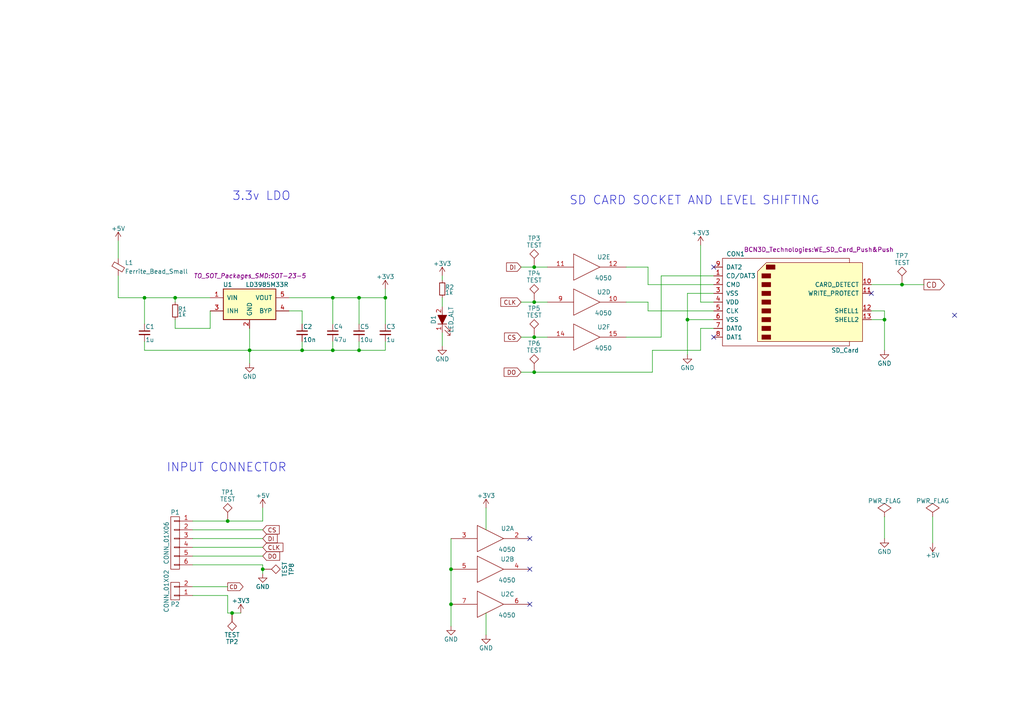
<source format=kicad_sch>
(kicad_sch (version 20230121) (generator eeschema)
  (paper "A4")
  (title_block (title "SD Card Reader") (date "2017-02-15") (rev "A") (company "BCN3D Technologies") (comment 1 "Proper SD Card Reader Module with level Shifting"))
  (lib_symbols
    (symbol "SD_Reader-rescue:+3.3V" (power) (pin_names (offset 0))
      (property "Value" "+3.3V" (at 0 3.556 0))
      (symbol "+3.3V_0_1"
        (polyline (pts (xy -0.762 1.27) (xy 0 2.54)))
        (polyline (pts (xy 0 0) (xy 0 2.54)))
        (polyline (pts (xy 0 2.54) (xy 0.762 1.27)))
      )
      (symbol "+3.3V_1_1"
        (pin power_in line (at 0 0 90) (length 0) hide (name "+3V3") (number "1"))
      )
    )
    (symbol "SD_Reader-rescue:+5V" (power) (pin_names (offset 0))
      (property "Value" "+5V" (at 0 3.556 0))
      (symbol "+5V_0_1"
        (polyline (pts (xy -0.762 1.27) (xy 0 2.54)))
        (polyline (pts (xy 0 0) (xy 0 2.54)))
        (polyline (pts (xy 0 2.54) (xy 0.762 1.27)))
      )
      (symbol "+5V_1_1"
        (pin power_in line (at 0 0 90) (length 0) hide (name "+5V") (number "1"))
      )
    )
    (symbol "SD_Reader-rescue:4050" (pin_names (offset 0.762))
      (property "Reference" "U" (at 4.953 2.921 0))
      (property "Value" "4050" (at 4.826 -3.175 0))
      (symbol "4050_0_0"
        (polyline (pts (xy -3.81 3.81) (xy -3.81 -3.81) (xy 3.81 0) (xy -3.81 3.81)))
        (pin power_in line (at -1.27 2.54 270) (length 0) hide (name "VCC") (number "1"))
        (pin power_in line (at -1.27 -2.54 90) (length 0) hide (name "VSS") (number "8"))
      )
      (symbol "4050_1_1"
        (pin output line (at 11.43 0 180) (length 7.62) (name "~") (number "2"))
        (pin input line (at -11.43 0 0) (length 7.62) (name "~") (number "3"))
      )
      (symbol "4050_1_2"
        (pin output inverted (at 11.43 0 180) (length 7.62) (name "~") (number "2"))
        (pin input inverted (at -11.43 0 0) (length 7.62) (name "~") (number "3"))
      )
      (symbol "4050_2_1"
        (pin output line (at 11.43 0 180) (length 7.62) (name "~") (number "4"))
        (pin input line (at -11.43 0 0) (length 7.62) (name "~") (number "5"))
      )
      (symbol "4050_2_2"
        (pin output inverted (at 11.43 0 180) (length 7.62) (name "~") (number "4"))
        (pin input inverted (at -11.43 0 0) (length 7.62) (name "~") (number "5"))
      )
      (symbol "4050_3_1"
        (pin output line (at 11.43 0 180) (length 7.62) (name "~") (number "6"))
        (pin input line (at -11.43 0 0) (length 7.62) (name "~") (number "7"))
      )
      (symbol "4050_3_2"
        (pin output inverted (at 11.43 0 180) (length 7.62) (name "~") (number "6"))
        (pin input inverted (at -11.43 0 0) (length 7.62) (name "~") (number "7"))
      )
      (symbol "4050_4_1"
        (pin output line (at 11.43 0 180) (length 7.62) (name "~") (number "10"))
        (pin input line (at -11.43 0 0) (length 7.62) (name "~") (number "9"))
      )
      (symbol "4050_4_2"
        (pin output inverted (at 11.43 0 180) (length 7.62) (name "~") (number "10"))
        (pin input inverted (at -11.43 0 0) (length 7.62) (name "~") (number "9"))
      )
      (symbol "4050_5_1"
        (pin input line (at -11.43 0 0) (length 7.62) (name "~") (number "11"))
        (pin output line (at 11.43 0 180) (length 7.62) (name "~") (number "12"))
      )
      (symbol "4050_5_2"
        (pin input inverted (at -11.43 0 0) (length 7.62) (name "~") (number "11"))
        (pin output inverted (at 11.43 0 180) (length 7.62) (name "~") (number "12"))
      )
      (symbol "4050_6_1"
        (pin input line (at -11.43 0 0) (length 7.62) (name "~") (number "14"))
        (pin output line (at 11.43 0 180) (length 7.62) (name "~") (number "15"))
      )
      (symbol "4050_6_2"
        (pin input inverted (at -11.43 0 0) (length 7.62) (name "~") (number "14"))
        (pin output inverted (at 11.43 0 180) (length 7.62) (name "~") (number "15"))
      )
    )
    (symbol "SD_Reader-rescue:CONN_01X02" (pin_names (offset 1.016) hide)
      (property "Reference" "P" (at 0 3.81 0))
      (property "Value" "CONN_01X02" (at 2.54 0 90))
      (symbol "CONN_01X02_0_1"
        (rectangle (start -1.27 -1.143) (end 0.254 -1.397))
        (rectangle (start -1.27 1.397) (end 0.254 1.143))
        (rectangle (start -1.27 2.54) (end 1.27 -2.54))
      )
      (symbol "CONN_01X02_1_1"
        (pin passive line (at -5.08 1.27 0) (length 3.81) (name "P1") (number "1"))
        (pin passive line (at -5.08 -1.27 0) (length 3.81) (name "P2") (number "2"))
      )
    )
    (symbol "SD_Reader-rescue:CONN_01X06" (pin_names (offset 1.016) hide)
      (property "Reference" "P" (at 0 8.89 0))
      (property "Value" "CONN_01X06" (at 2.54 0 90))
      (symbol "CONN_01X06_0_1"
        (rectangle (start -1.27 -6.223) (end 0.254 -6.477))
        (rectangle (start -1.27 -3.683) (end 0.254 -3.937))
        (rectangle (start -1.27 -1.143) (end 0.254 -1.397))
        (rectangle (start -1.27 1.397) (end 0.254 1.143))
        (rectangle (start -1.27 3.937) (end 0.254 3.683))
        (rectangle (start -1.27 6.477) (end 0.254 6.223))
        (rectangle (start -1.27 7.62) (end 1.27 -7.62))
      )
      (symbol "CONN_01X06_1_1"
        (pin passive line (at -5.08 6.35 0) (length 3.81) (name "P1") (number "1"))
        (pin passive line (at -5.08 3.81 0) (length 3.81) (name "P2") (number "2"))
        (pin passive line (at -5.08 1.27 0) (length 3.81) (name "P3") (number "3"))
        (pin passive line (at -5.08 -1.27 0) (length 3.81) (name "P4") (number "4"))
        (pin passive line (at -5.08 -3.81 0) (length 3.81) (name "P5") (number "5"))
        (pin passive line (at -5.08 -6.35 0) (length 3.81) (name "P6") (number "6"))
      )
    )
    (symbol "SD_Reader-rescue:C_Small" (pin_numbers hide) (pin_names (offset 0.254) hide)
      (property "Reference" "C" (at 0.254 1.778 0))
      (property "Value" "C_Small" (at 0.254 -2.032 0))
      (symbol "C_Small_0_1"
        (polyline (pts (xy -1.524 -0.508) (xy 1.524 -0.508)) (stroke (width 0.3302)))
        (polyline (pts (xy -1.524 0.508) (xy 1.524 0.508)) (stroke (width 0.3048)))
      )
      (symbol "C_Small_1_1"
        (pin passive line (at 0 2.54 270) (length 2.032) (name "~") (number "1"))
        (pin passive line (at 0 -2.54 90) (length 2.032) (name "~") (number "2"))
      )
    )
    (symbol "SD_Reader-rescue:Ferrite_Bead_Small" (pin_numbers hide) (pin_names (offset 0))
      (property "Reference" "L" (at 1.905 1.27 0))
      (property "Value" "Ferrite_Bead_Small" (at 1.905 -1.27 0))
      (symbol "Ferrite_Bead_Small_0_1"
        (polyline (pts (xy 0 -1.27) (xy 0 -0.7874)))
        (polyline (pts (xy 0 0.889) (xy 0 1.2954)))
        (polyline (pts (xy -1.8288 0.2794) (xy -1.1176 1.4986) (xy 1.8288 -0.2032) (xy 1.1176 -1.4224) (xy -1.8288 0.2794)))
      )
      (symbol "Ferrite_Bead_Small_1_1"
        (pin passive line (at 0 2.54 270) (length 1.27) (name "~") (number "1"))
        (pin passive line (at 0 -2.54 90) (length 1.27) (name "~") (number "2"))
      )
    )
    (symbol "SD_Reader-rescue:GND" (power) (pin_names (offset 0))
      (property "Value" "GND" (at 0 -3.81 0))
      (symbol "GND_0_1"
        (polyline (pts (xy 0 0) (xy 0 -1.27) (xy 1.27 -1.27) (xy 0 -2.54) (xy -1.27 -1.27) (xy 0 -1.27)))
      )
      (symbol "GND_1_1"
        (pin power_in line (at 0 0 270) (length 0) hide (name "GND") (number "1"))
      )
    )
    (symbol "SD_Reader-rescue:LD3985M33R" (pin_names (offset 1.016))
      (property "Reference" "U" (at -6.35 5.08 0))
      (property "Value" "LD3985M33R" (at 5.08 5.08 0))
      (property "Footprint" "SOT-23-5" (at 0 2.54 0))
      (symbol "LD3985M33R_0_1"
        (rectangle (start -7.62 3.81) (end 7.62 -5.08) (stroke (width 0.254)) (fill (type background)))
      )
      (symbol "LD3985M33R_1_1"
        (pin input line (at -11.43 1.27 0) (length 3.81) (name "VIN") (number "1"))
        (pin power_in line (at 0 -7.62 90) (length 2.54) (name "GND") (number "2"))
        (pin input line (at -11.43 -2.54 0) (length 3.81) (name "INH") (number "3"))
        (pin input line (at 11.43 -2.54 180) (length 3.81) (name "BYP") (number "4"))
        (pin power_out line (at 11.43 1.27 180) (length 3.81) (name "VOUT") (number "5"))
      )
    )
    (symbol "SD_Reader-rescue:LED_ALT" (pin_names (offset 1.016) hide)
      (property "Reference" "D" (at 0 2.54 0))
      (property "Value" "LED_ALT" (at 0 -2.54 0))
      (symbol "LED_ALT_0_1"
        (polyline (pts (xy -1.27 -1.27) (xy -1.27 1.27)) (stroke (width 0.2032)))
        (polyline (pts (xy -1.27 0) (xy 1.27 0)))
        (polyline (pts (xy 1.27 -1.27) (xy 1.27 1.27) (xy -1.27 0) (xy 1.27 -1.27)) (stroke (width 0.2032)) (fill (type outline)))
        (polyline (pts (xy -3.048 -0.762) (xy -4.572 -2.286) (xy -3.81 -2.286) (xy -4.572 -2.286) (xy -4.572 -1.524)))
        (polyline (pts (xy -1.778 -0.762) (xy -3.302 -2.286) (xy -2.54 -2.286) (xy -3.302 -2.286) (xy -3.302 -1.524)))
      )
      (symbol "LED_ALT_1_1"
        (pin passive line (at -3.81 0 0) (length 2.54) (name "K") (number "1"))
        (pin passive line (at 3.81 0 180) (length 2.54) (name "A") (number "2"))
      )
    )
    (symbol "SD_Reader-rescue:PWR_FLAG" (power) (pin_numbers hide) (pin_names (offset 0) hide)
      (property "Value" "PWR_FLAG" (at 0 4.572 0))
      (symbol "PWR_FLAG_0_0"
        (pin power_out line (at 0 0 90) (length 0) (name "pwr") (number "1"))
      )
      (symbol "PWR_FLAG_0_1"
        (polyline (pts (xy 0 0) (xy 0 1.27) (xy -1.905 2.54) (xy 0 3.81) (xy 1.905 2.54) (xy 0 1.27)))
      )
    )
    (symbol "SD_Reader-rescue:R_Small" (pin_numbers hide) (pin_names (offset 0.254) hide)
      (property "Reference" "R" (at 0.762 0.508 0))
      (property "Value" "R_Small" (at 0.762 -1.016 0))
      (symbol "R_Small_0_1"
        (rectangle (start -0.762 1.778) (end 0.762 -1.778) (stroke (width 0.2032)))
      )
      (symbol "R_Small_1_1"
        (pin passive line (at 0 2.54 270) (length 0.762) (name "~") (number "1"))
        (pin passive line (at 0 -2.54 90) (length 0.762) (name "~") (number "2"))
      )
    )
    (symbol "SD_Reader-rescue:SD_Card" (pin_names (offset 1.016))
      (property "Reference" "CON" (at -16.51 13.97 0))
      (property "Value" "SD_Card" (at 15.24 -13.97 0))
      (property "Footprint" "10067847-001" (at 5.08 8.89 0))
      (symbol "SD_Card_0_1"
        (rectangle (start -8.89 -9.525) (end -6.35 -10.795) (fill (type outline)))
        (rectangle (start -8.89 -6.985) (end -6.35 -8.255) (fill (type outline)))
        (rectangle (start -8.89 -4.445) (end -6.35 -5.715) (fill (type outline)))
        (rectangle (start -8.89 -1.905) (end -6.35 -3.175) (fill (type outline)))
        (rectangle (start -8.89 0.635) (end -6.35 -0.635) (fill (type outline)))
        (rectangle (start -8.89 3.175) (end -6.35 1.905) (fill (type outline)))
        (rectangle (start -8.89 5.715) (end -6.35 4.445) (fill (type outline)))
        (rectangle (start -8.89 8.255) (end -6.35 6.985) (fill (type outline)))
        (rectangle (start -7.62 10.795) (end -5.08 9.525) (fill (type outline)))
        (polyline (pts (xy -10.16 8.89) (xy -7.62 11.43) (xy 20.32 11.43) (xy 20.32 -11.43) (xy -10.16 -11.43) (xy -10.16 8.89)) (fill (type background)))
        (polyline (pts (xy 16.51 11.43) (xy 16.51 12.7) (xy -20.32 12.7) (xy -20.32 -12.7) (xy 16.51 -12.7) (xy 16.51 -11.43)))
      )
      (symbol "SD_Card_1_1"
        (pin input line (at -22.86 7.62 0) (length 2.54) (name "CD/DAT3") (number "1"))
        (pin input line (at 22.86 5.08 180) (length 2.54) (name "CARD_DETECT") (number "10"))
        (pin input line (at 22.86 2.54 180) (length 2.54) (name "WRITE_PROTECT") (number "11"))
        (pin input line (at 22.86 -2.54 180) (length 2.54) (name "SHELL1") (number "12"))
        (pin input line (at 22.86 -5.08 180) (length 2.54) (name "SHELL2") (number "13"))
        (pin input line (at -22.86 5.08 0) (length 2.54) (name "CMD") (number "2"))
        (pin input line (at -22.86 2.54 0) (length 2.54) (name "VSS") (number "3"))
        (pin input line (at -22.86 0 0) (length 2.54) (name "VDD") (number "4"))
        (pin input line (at -22.86 -2.54 0) (length 2.54) (name "CLK") (number "5"))
        (pin input line (at -22.86 -5.08 0) (length 2.54) (name "VSS") (number "6"))
        (pin input line (at -22.86 -7.62 0) (length 2.54) (name "DAT0") (number "7"))
        (pin input line (at -22.86 -10.16 0) (length 2.54) (name "DAT1") (number "8"))
        (pin input line (at -22.86 10.16 0) (length 2.54) (name "DAT2") (number "9"))
      )
    )
    (symbol "SD_Reader-rescue:TEST" (pin_numbers hide) (pin_names (offset 1.016) hide)
      (property "Reference" "TP" (at 0 7.62 0))
      (property "Value" "TEST" (at 0 6.35 0))
      (symbol "TEST_0_1"
        (polyline (pts (xy 0 5.08) (xy -1.27 3.81) (xy 0 2.54) (xy 1.27 3.81) (xy 0 5.08) (xy 0 5.08)))
      )
      (symbol "TEST_1_1"
        (pin passive line (at 0 0 90) (length 2.54) (name "~") (number "1"))
      )
    )
  )
  (junction (at 154.94 97.79))
  (junction (at 154.94 107.95))
  (junction (at 72.39 101.6))
  (junction (at 104.14 86.36))
  (junction (at 67.31 177.8))
  (junction (at 256.54 92.71))
  (junction (at 130.81 165.1))
  (junction (at 50.8 86.36))
  (junction (at 87.63 101.6))
  (junction (at 130.81 175.26))
  (junction (at 41.91 86.36))
  (junction (at 154.94 87.63))
  (junction (at 199.39 92.71))
  (junction (at 66.04 151.13))
  (junction (at 96.52 86.36))
  (junction (at 96.52 101.6))
  (junction (at 261.62 82.55))
  (junction (at 104.14 101.6))
  (junction (at 111.76 86.36))
  (junction (at 154.94 77.47))
  (junction (at 76.2 165.1))
  (no_connect (at 153.67 175.26))
  (no_connect (at 153.67 156.21))
  (no_connect (at 207.01 97.79))
  (no_connect (at 207.01 77.47))
  (no_connect (at 153.67 165.1))
  (no_connect (at 276.86 91.44))
  (no_connect (at 252.73 85.09))
  (wire (pts (xy 207.01 90.17) (xy 187.96 90.17)))
  (wire (pts (xy 66.04 151.13) (xy 76.2 151.13)))
  (wire (pts (xy 207.01 87.63) (xy 203.2 87.63)))
  (wire (pts (xy 151.13 87.63) (xy 154.94 87.63)))
  (wire (pts (xy 87.63 101.6) (xy 96.52 101.6)))
  (wire (pts (xy 199.39 92.71) (xy 199.39 102.87)))
  (wire (pts (xy 55.88 156.21) (xy 76.2 156.21)))
  (wire (pts (xy 83.82 86.36) (xy 96.52 86.36)))
  (wire (pts (xy 67.31 177.8) (xy 69.85 177.8)))
  (wire (pts (xy 41.91 93.98) (xy 41.91 86.36)))
  (wire (pts (xy 76.2 151.13) (xy 76.2 147.32)))
  (wire (pts (xy 203.2 95.25) (xy 203.2 101.6)))
  (wire (pts (xy 83.82 90.17) (xy 87.63 90.17)))
  (wire (pts (xy 187.96 87.63) (xy 181.61 87.63)))
  (wire (pts (xy 55.88 163.83) (xy 76.2 163.83)))
  (wire (pts (xy 55.88 161.29) (xy 76.2 161.29)))
  (wire (pts (xy 41.91 99.06) (xy 41.91 101.6)))
  (wire (pts (xy 72.39 101.6) (xy 72.39 105.41)))
  (wire (pts (xy 256.54 90.17) (xy 256.54 92.71)))
  (wire (pts (xy 111.76 101.6) (xy 111.76 99.06)))
  (wire (pts (xy 96.52 99.06) (xy 96.52 101.6)))
  (wire (pts (xy 130.81 165.1) (xy 130.81 175.26)))
  (wire (pts (xy 72.39 95.25) (xy 72.39 101.6)))
  (wire (pts (xy 55.88 170.18) (xy 66.04 170.18)))
  (wire (pts (xy 191.77 80.01) (xy 191.77 97.79)))
  (wire (pts (xy 151.13 97.79) (xy 154.94 97.79)))
  (wire (pts (xy 50.8 87.63) (xy 50.8 86.36)))
  (wire (pts (xy 104.14 86.36) (xy 111.76 86.36)))
  (wire (pts (xy 252.73 82.55) (xy 261.62 82.55)))
  (wire (pts (xy 96.52 86.36) (xy 104.14 86.36)))
  (wire (pts (xy 189.23 101.6) (xy 189.23 107.95)))
  (wire (pts (xy 130.81 156.21) (xy 130.81 165.1)))
  (wire (pts (xy 34.29 80.01) (xy 34.29 86.36)))
  (wire (pts (xy 128.27 86.36) (xy 128.27 88.9)))
  (wire (pts (xy 203.2 87.63) (xy 203.2 71.12)))
  (wire (pts (xy 50.8 86.36) (xy 60.96 86.36)))
  (wire (pts (xy 104.14 93.98) (xy 104.14 86.36)))
  (wire (pts (xy 60.96 90.17) (xy 60.96 95.25)))
  (wire (pts (xy 55.88 172.72) (xy 66.04 172.72)))
  (wire (pts (xy 207.01 92.71) (xy 199.39 92.71)))
  (wire (pts (xy 104.14 101.6) (xy 111.76 101.6)))
  (wire (pts (xy 41.91 101.6) (xy 72.39 101.6)))
  (wire (pts (xy 87.63 99.06) (xy 87.63 101.6)))
  (wire (pts (xy 154.94 87.63) (xy 158.75 87.63)))
  (wire (pts (xy 187.96 77.47) (xy 187.96 82.55)))
  (wire (pts (xy 66.04 172.72) (xy 66.04 177.8)))
  (wire (pts (xy 187.96 90.17) (xy 187.96 87.63)))
  (wire (pts (xy 72.39 101.6) (xy 87.63 101.6)))
  (wire (pts (xy 66.04 177.8) (xy 67.31 177.8)))
  (wire (pts (xy 128.27 81.28) (xy 128.27 80.01)))
  (wire (pts (xy 270.51 149.86) (xy 270.51 157.48)))
  (wire (pts (xy 76.2 163.83) (xy 76.2 165.1)))
  (wire (pts (xy 111.76 86.36) (xy 111.76 93.98)))
  (wire (pts (xy 76.2 165.1) (xy 76.2 166.37)))
  (wire (pts (xy 252.73 90.17) (xy 256.54 90.17)))
  (wire (pts (xy 34.29 86.36) (xy 41.91 86.36)))
  (wire (pts (xy 189.23 107.95) (xy 154.94 107.95)))
  (wire (pts (xy 154.94 97.79) (xy 158.75 97.79)))
  (wire (pts (xy 207.01 80.01) (xy 191.77 80.01)))
  (wire (pts (xy 111.76 83.82) (xy 111.76 86.36)))
  (wire (pts (xy 252.73 92.71) (xy 256.54 92.71)))
  (wire (pts (xy 256.54 156.21) (xy 256.54 149.86)))
  (wire (pts (xy 55.88 151.13) (xy 66.04 151.13)))
  (wire (pts (xy 203.2 101.6) (xy 189.23 101.6)))
  (wire (pts (xy 87.63 90.17) (xy 87.63 93.98)))
  (wire (pts (xy 140.97 153.67) (xy 140.97 147.32)))
  (wire (pts (xy 207.01 95.25) (xy 203.2 95.25)))
  (wire (pts (xy 261.62 82.55) (xy 267.97 82.55)))
  (wire (pts (xy 256.54 92.71) (xy 256.54 101.6)))
  (wire (pts (xy 55.88 153.67) (xy 76.2 153.67)))
  (wire (pts (xy 181.61 77.47) (xy 187.96 77.47)))
  (wire (pts (xy 191.77 97.79) (xy 181.61 97.79)))
  (wire (pts (xy 187.96 82.55) (xy 207.01 82.55)))
  (wire (pts (xy 60.96 95.25) (xy 50.8 95.25)))
  (wire (pts (xy 104.14 99.06) (xy 104.14 101.6)))
  (wire (pts (xy 154.94 107.95) (xy 151.13 107.95)))
  (wire (pts (xy 96.52 93.98) (xy 96.52 86.36)))
  (wire (pts (xy 41.91 86.36) (xy 50.8 86.36)))
  (wire (pts (xy 128.27 96.52) (xy 128.27 100.33)))
  (wire (pts (xy 140.97 177.8) (xy 140.97 184.15)))
  (wire (pts (xy 96.52 101.6) (xy 104.14 101.6)))
  (wire (pts (xy 207.01 85.09) (xy 199.39 85.09)))
  (wire (pts (xy 34.29 69.85) (xy 34.29 74.93)))
  (wire (pts (xy 154.94 77.47) (xy 158.75 77.47)))
  (wire (pts (xy 151.13 77.47) (xy 154.94 77.47)))
  (wire (pts (xy 199.39 85.09) (xy 199.39 92.71)))
  (wire (pts (xy 50.8 95.25) (xy 50.8 92.71)))
  (wire (pts (xy 130.81 175.26) (xy 130.81 181.61)))
  (wire (pts (xy 55.88 158.75) (xy 76.2 158.75)))
  (text "INPUT CONNECTOR" (at 48.26 137.16 0) (effects (font (size 2.4892 2.4892)) (justify left bottom)))
  (text "SD CARD SOCKET AND LEVEL SHIFTING" (at 165.1 59.69 0) (effects (font (size 2.4892 2.4892)) (justify left bottom)))
  (text "3.3v LDO" (at 67.31 58.42 0) (effects (font (size 2.4892 2.4892)) (justify left bottom)))
  (global_label "CS" (shape input) (at 76.2 153.67 0) (effects (font (size 1.2446 1.2446))) (property "Intersheetrefs" "${INTERSHEET_REFS}" (effects hide)))
  (global_label "DO" (shape input) (at 151.13 107.95 180) (effects (font (size 1.2446 1.2446))) (property "Intersheetrefs" "${INTERSHEET_REFS}" (effects hide)))
  (global_label "DI" (shape input) (at 76.2 156.21 0) (effects (font (size 1.2446 1.2446))) (property "Intersheetrefs" "${INTERSHEET_REFS}" (effects hide)))
  (global_label "CD" (shape output) (at 66.04 170.18 0) (effects (font (size 1.143 1.143))) (property "Intersheetrefs" "${INTERSHEET_REFS}" (effects hide)))
  (global_label "DI" (shape input) (at 151.13 77.47 180) (effects (font (size 1.2446 1.2446))) (property "Intersheetrefs" "${INTERSHEET_REFS}" (effects hide)))
  (global_label "CS" (shape input) (at 151.13 97.79 180) (effects (font (size 1.2446 1.2446))) (property "Intersheetrefs" "${INTERSHEET_REFS}" (effects hide)))
  (global_label "CLK" (shape input) (at 76.2 158.75 0) (effects (font (size 1.2446 1.2446))) (property "Intersheetrefs" "${INTERSHEET_REFS}" (effects hide)))
  (global_label "DO" (shape input) (at 76.2 161.29 0) (effects (font (size 1.2446 1.2446))) (property "Intersheetrefs" "${INTERSHEET_REFS}" (effects hide)))
  (global_label "CD" (shape output) (at 267.97 82.55 0) (effects (font (size 1.524 1.524))) (property "Intersheetrefs" "${INTERSHEET_REFS}" (effects hide)))
  (global_label "CLK" (shape input) (at 151.13 87.63 180) (effects (font (size 1.2446 1.2446))) (property "Intersheetrefs" "${INTERSHEET_REFS}" (effects hide)))
  (symbol (lib_id "SD_Reader-rescue:SD_Card") (at 229.87 87.63 0) (unit 1)
    (property "Reference" "CON1" (at 213.36 73.66 0))
    (property "Value" "SD_Card" (at 245.11 101.6 0))
    (property "Footprint" "BCN3D_Technologies:WE_SD_Card_Push&Push" (at 237.49 72.39 0))
  )
  (symbol (lib_id "SD_Reader-rescue:4050") (at 170.18 87.63 0) (unit 4)
    (property "Reference" "U2" (at 175.133 84.709 0))
    (property "Value" "4050" (at 175.006 90.805 0))
    (property "Footprint" "SMD_Packages:SO-16-N" (effects hide))
  )
  (symbol (lib_id "SD_Reader-rescue:4050") (at 170.18 77.47 0) (unit 5)
    (property "Reference" "U2" (at 175.133 74.549 0))
    (property "Value" "4050" (at 175.006 80.645 0))
    (property "Footprint" "SMD_Packages:SO-16-N" (effects hide))
  )
  (symbol (lib_id "SD_Reader-rescue:4050") (at 170.18 97.79 0) (unit 6)
    (property "Reference" "U2" (at 175.133 94.869 0))
    (property "Value" "4050" (at 175.006 100.965 0))
    (property "Footprint" "SMD_Packages:SO-16-N" (effects hide))
  )
  (symbol (lib_id "SD_Reader-rescue:4050") (at 142.24 156.21 0) (unit 1)
    (property "Reference" "U2" (at 147.193 153.289 0))
    (property "Value" "4050" (at 147.066 159.385 0))
    (property "Footprint" "SMD_Packages:SO-16-N" (effects hide))
  )
  (symbol (lib_id "SD_Reader-rescue:4050") (at 142.24 165.1 0) (unit 2)
    (property "Reference" "U2" (at 147.193 162.179 0))
    (property "Value" "4050" (at 147.066 168.275 0))
    (property "Footprint" "SMD_Packages:SO-16-N" (effects hide))
  )
  (symbol (lib_id "SD_Reader-rescue:4050") (at 142.24 175.26 0) (unit 3)
    (property "Reference" "U2" (at 147.193 172.339 0))
    (property "Value" "4050" (at 147.066 178.435 0))
    (property "Footprint" "SMD_Packages:SO-16-N" (effects hide))
  )
  (symbol (lib_id "SD_Reader-rescue:PWR_FLAG") (at 256.54 149.86 0) (unit 1)
    (property "Reference" "#FLG01" (effects hide))
    (property "Value" "PWR_FLAG" (at 256.54 145.288 0))
  )
  (symbol (lib_id "SD_Reader-rescue:PWR_FLAG") (at 270.51 149.86 0) (unit 1)
    (property "Reference" "#FLG02" (effects hide))
    (property "Value" "PWR_FLAG" (at 270.51 145.288 0))
  )
  (symbol (lib_id "SD_Reader-rescue:GND") (at 256.54 156.21 0) (unit 1)
    (property "Reference" "#PWR03" (effects hide))
    (property "Value" "GND" (at 256.54 160.02 0))
  )
  (symbol (lib_id "SD_Reader-rescue:GND") (at 76.2 166.37 0) (unit 1)
    (property "Reference" "#PWR04" (effects hide))
    (property "Value" "GND" (at 76.2 170.18 0))
  )
  (symbol (lib_id "SD_Reader-rescue:GND") (at 256.54 101.6 0) (unit 1)
    (property "Reference" "#PWR05" (effects hide))
    (property "Value" "GND" (at 256.54 105.41 0))
  )
  (symbol (lib_id "SD_Reader-rescue:GND") (at 199.39 102.87 0) (unit 1)
    (property "Reference" "#PWR06" (effects hide))
    (property "Value" "GND" (at 199.39 106.68 0))
  )
  (symbol (lib_id "SD_Reader-rescue:+3.3V") (at 203.2 71.12 0) (unit 1)
    (property "Reference" "#PWR07" (effects hide))
    (property "Value" "+3.3V" (at 203.2 67.564 0))
  )
  (symbol (lib_id "SD_Reader-rescue:LD3985M33R") (at 72.39 87.63 0) (unit 1)
    (property "Reference" "U1" (at 66.04 82.55 0))
    (property "Value" "LD3985M33R" (at 77.47 82.55 0))
    (property "Footprint" "TO_SOT_Packages_SMD:SOT-23-5" (at 72.39 80.01 0) (effects (font italic)))
  )
  (symbol (lib_id "SD_Reader-rescue:+3.3V") (at 111.76 83.82 0) (unit 1)
    (property "Reference" "#PWR08" (effects hide))
    (property "Value" "+3.3V" (at 111.76 80.264 0))
  )
  (symbol (lib_id "SD_Reader-rescue:GND") (at 72.39 105.41 0) (unit 1)
    (property "Reference" "#PWR09" (effects hide))
    (property "Value" "GND" (at 72.39 109.22 0))
  )
  (symbol (lib_id "SD_Reader-rescue:C_Small") (at 41.91 96.52 0) (unit 1)
    (property "Reference" "C1" (at 42.164 94.742 0) (effects (justify left)))
    (property "Value" "1u" (at 42.164 98.552 0) (effects (justify left)))
    (property "Footprint" "Capacitors_SMD:C_0603" (effects hide))
  )
  (symbol (lib_id "SD_Reader-rescue:C_Small") (at 87.63 96.52 0) (unit 1)
    (property "Reference" "C2" (at 87.884 94.742 0) (effects (justify left)))
    (property "Value" "10n" (at 87.884 98.552 0) (effects (justify left)))
    (property "Footprint" "Capacitors_SMD:C_0603" (effects hide))
  )
  (symbol (lib_id "SD_Reader-rescue:C_Small") (at 111.76 96.52 0) (unit 1)
    (property "Reference" "C3" (at 112.014 94.742 0) (effects (justify left)))
    (property "Value" "1u" (at 112.014 98.552 0) (effects (justify left)))
    (property "Footprint" "Capacitors_SMD:C_0603" (effects hide))
  )
  (symbol (lib_id "SD_Reader-rescue:R_Small") (at 50.8 90.17 0) (unit 1)
    (property "Reference" "R1" (at 51.562 89.662 0) (effects (justify left)))
    (property "Value" "1k" (at 51.562 91.186 0) (effects (justify left)))
    (property "Footprint" "Resistors_SMD:R_0603" (effects hide))
  )
  (symbol (lib_id "SD_Reader-rescue:Ferrite_Bead_Small") (at 34.29 77.47 0) (unit 1)
    (property "Reference" "L1" (at 36.195 76.2 0) (effects (justify left)))
    (property "Value" "Ferrite_Bead_Small" (at 36.195 78.74 0) (effects (justify left)))
    (property "Footprint" "Resistors_SMD:R_0603" (effects hide))
  )
  (symbol (lib_id "SD_Reader-rescue:LED_ALT") (at 128.27 92.71 90) (unit 1)
    (property "Reference" "D1" (at 125.73 92.71 0))
    (property "Value" "LED_ALT" (at 130.81 92.71 0))
    (property "Footprint" "LEDs:LED_0603" (effects hide))
  )
  (symbol (lib_id "SD_Reader-rescue:R_Small") (at 128.27 83.82 0) (unit 1)
    (property "Reference" "R2" (at 129.032 83.312 0) (effects (justify left)))
    (property "Value" "1k" (at 129.032 84.836 0) (effects (justify left)))
    (property "Footprint" "Resistors_SMD:R_0603" (effects hide))
  )
  (symbol (lib_id "SD_Reader-rescue:+3.3V") (at 128.27 80.01 0) (unit 1)
    (property "Reference" "#PWR010" (effects hide))
    (property "Value" "+3.3V" (at 128.27 76.454 0))
  )
  (symbol (lib_id "SD_Reader-rescue:GND") (at 128.27 100.33 0) (unit 1)
    (property "Reference" "#PWR011" (effects hide))
    (property "Value" "GND" (at 128.27 104.14 0))
  )
  (symbol (lib_id "SD_Reader-rescue:GND") (at 130.81 181.61 0) (unit 1)
    (property "Reference" "#PWR012" (effects hide))
    (property "Value" "GND" (at 130.81 185.42 0))
  )
  (symbol (lib_id "SD_Reader-rescue:GND") (at 140.97 184.15 0) (unit 1)
    (property "Reference" "#PWR013" (effects hide))
    (property "Value" "GND" (at 140.97 187.96 0))
  )
  (symbol (lib_id "SD_Reader-rescue:+3.3V") (at 140.97 147.32 0) (unit 1)
    (property "Reference" "#PWR014" (effects hide))
    (property "Value" "+3.3V" (at 140.97 143.764 0))
  )
  (symbol (lib_id "SD_Reader-rescue:+5V") (at 34.29 69.85 0) (unit 1)
    (property "Reference" "#PWR015" (effects hide))
    (property "Value" "+5V" (at 34.29 66.294 0))
  )
  (symbol (lib_id "SD_Reader-rescue:+5V") (at 76.2 147.32 0) (unit 1)
    (property "Reference" "#PWR016" (effects hide))
    (property "Value" "+5V" (at 76.2 143.764 0))
  )
  (symbol (lib_id "SD_Reader-rescue:+5V") (at 270.51 157.48 180) (unit 1)
    (property "Reference" "#PWR017" (effects hide))
    (property "Value" "+5V" (at 270.51 161.036 0))
  )
  (symbol (lib_id "SD_Reader-rescue:+3.3V") (at 69.85 177.8 0) (unit 1)
    (property "Reference" "#PWR018" (effects hide))
    (property "Value" "+3.3V" (at 69.85 174.244 0))
  )
  (symbol (lib_id "SD_Reader-rescue:TEST") (at 154.94 77.47 0) (unit 1)
    (property "Reference" "TP3" (at 154.94 69.85 0) (effects (justify bottom)))
    (property "Value" "TEST" (at 154.94 71.12 0))
    (property "Footprint" "Measurement_Points:Measurement_Point_Round-SMD-Pad_Small" (effects hide))
  )
  (symbol (lib_id "SD_Reader-rescue:TEST") (at 154.94 87.63 0) (unit 1)
    (property "Reference" "TP4" (at 154.94 80.01 0) (effects (justify bottom)))
    (property "Value" "TEST" (at 154.94 81.28 0))
    (property "Footprint" "Measurement_Points:Measurement_Point_Round-SMD-Pad_Small" (effects hide))
  )
  (symbol (lib_id "SD_Reader-rescue:TEST") (at 154.94 97.79 0) (unit 1)
    (property "Reference" "TP5" (at 154.94 90.17 0) (effects (justify bottom)))
    (property "Value" "TEST" (at 154.94 91.44 0))
    (property "Footprint" "Measurement_Points:Measurement_Point_Round-SMD-Pad_Small" (effects hide))
  )
  (symbol (lib_id "SD_Reader-rescue:TEST") (at 154.94 107.95 0) (unit 1)
    (property "Reference" "TP6" (at 154.94 100.33 0) (effects (justify bottom)))
    (property "Value" "TEST" (at 154.94 101.6 0))
    (property "Footprint" "Measurement_Points:Measurement_Point_Round-SMD-Pad_Small" (effects hide))
  )
  (symbol (lib_id "SD_Reader-rescue:TEST") (at 67.31 177.8 180) (unit 1)
    (property "Reference" "TP2" (at 67.31 185.42 0) (effects (justify bottom)))
    (property "Value" "TEST" (at 67.31 184.15 0))
    (property "Footprint" "Measurement_Points:Measurement_Point_Round-SMD-Pad_Small" (effects hide))
  )
  (symbol (lib_id "SD_Reader-rescue:TEST") (at 66.04 151.13 0) (unit 1)
    (property "Reference" "TP1" (at 66.04 143.51 0) (effects (justify bottom)))
    (property "Value" "TEST" (at 66.04 144.78 0))
    (property "Footprint" "Measurement_Points:Measurement_Point_Round-SMD-Pad_Small" (effects hide))
  )
  (symbol (lib_id "SD_Reader-rescue:TEST") (at 261.62 82.55 0) (unit 1)
    (property "Reference" "TP7" (at 261.62 74.93 0) (effects (justify bottom)))
    (property "Value" "TEST" (at 261.62 76.2 0))
    (property "Footprint" "Measurement_Points:Measurement_Point_Round-SMD-Pad_Small" (effects hide))
  )
  (symbol (lib_id "SD_Reader-rescue:TEST") (at 76.2 165.1 270) (unit 1)
    (property "Reference" "TP8" (at 83.82 165.1 0) (effects (justify bottom)))
    (property "Value" "TEST" (at 82.55 165.1 0))
    (property "Footprint" "Measurement_Points:Measurement_Point_Round-SMD-Pad_Small" (effects hide))
  )
  (symbol (lib_id "SD_Reader-rescue:C_Small") (at 96.52 96.52 0) (unit 1)
    (property "Reference" "C4" (at 96.774 94.742 0) (effects (justify left)))
    (property "Value" "47u" (at 96.774 98.552 0) (effects (justify left)))
    (property "Footprint" "Capacitors_SMD:C_1210" (effects hide))
  )
  (symbol (lib_id "SD_Reader-rescue:C_Small") (at 104.14 96.52 0) (unit 1)
    (property "Reference" "C5" (at 104.394 94.742 0) (effects (justify left)))
    (property "Value" "10u" (at 104.394 98.552 0) (effects (justify left)))
    (property "Footprint" "Capacitors_SMD:C_0805" (effects hide))
  )
  (symbol (lib_id "SD_Reader-rescue:CONN_01X06") (at 50.8 157.48 0) (mirror y) (unit 1)
    (property "Reference" "P1" (at 50.8 148.59 0))
    (property "Value" "CONN_01X06" (at 48.26 157.48 90))
    (property "Footprint" "Pin_Headers:Pin_Header_Straight_1x06_Pitch2.54mm_SMD_Pin1Right" (effects hide))
  )
  (symbol (lib_id "SD_Reader-rescue:CONN_01X02") (at 50.8 171.45 180) (unit 1)
    (property "Reference" "P2" (at 50.8 175.26 0))
    (property "Value" "CONN_01X02" (at 48.26 171.45 90))
    (property "Footprint" "Pin_Headers:Pin_Header_Straight_1x02_Pitch2.54mm" (effects hide))
  )
)
</source>
